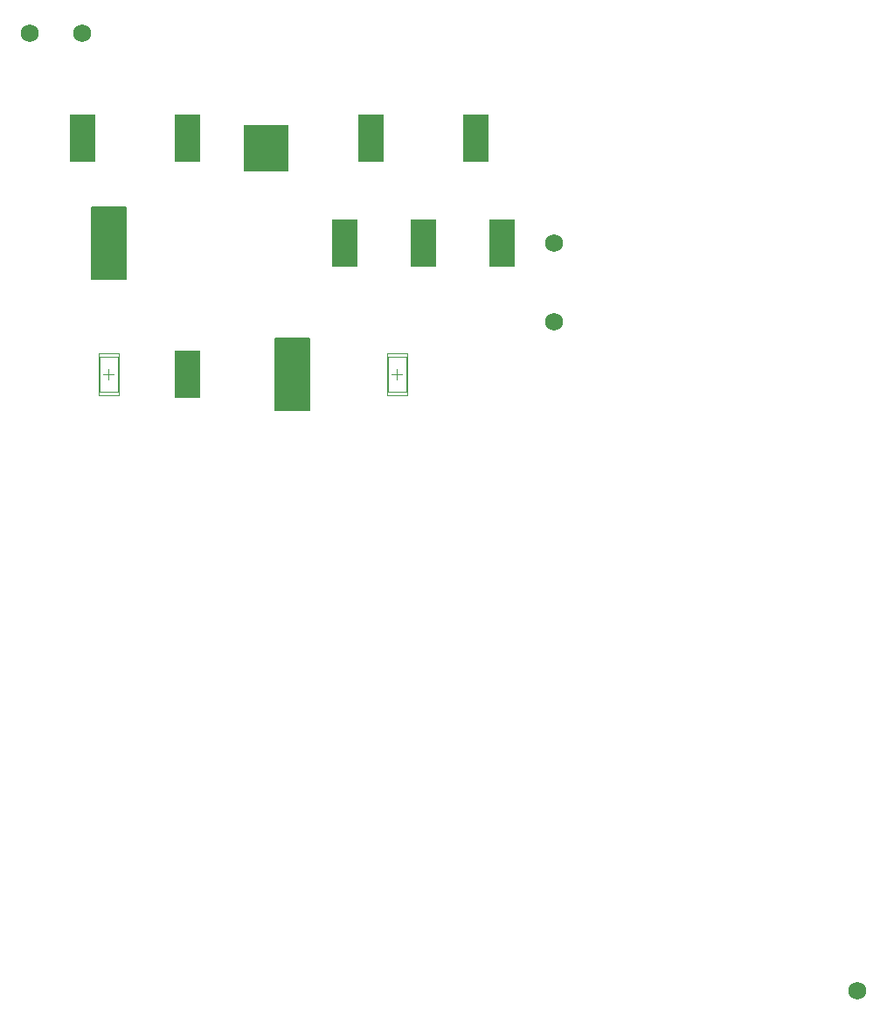
<source format=gbs>
G04*
G04 #@! TF.GenerationSoftware,Altium Limited,Altium Designer,22.0.2 (36)*
G04*
G04 Layer_Color=16711935*
%FSLAX44Y44*%
%MOMM*%
G71*
G04*
G04 #@! TF.SameCoordinates,7D36B465-A226-4CCE-8017-CD82C348BD42*
G04*
G04*
G04 #@! TF.FilePolarity,Negative*
G04*
G01*
G75*
%ADD10C,0.1524*%
%ADD13C,0.0000*%
%ADD14C,0.0254*%
%ADD15C,0.1000*%
%ADD21C,1.7272*%
G36*
X1587360Y586994D02*
X1562240D01*
Y632206D01*
X1587360D01*
Y586994D01*
D02*
G37*
G36*
X1485760D02*
X1460640D01*
Y632206D01*
X1485760D01*
Y586994D01*
D02*
G37*
G36*
X1307960D02*
X1282840D01*
Y632206D01*
X1307960D01*
Y586994D01*
D02*
G37*
G36*
X1206360D02*
X1181240D01*
Y632206D01*
X1206360D01*
Y586994D01*
D02*
G37*
G36*
X1392936Y577596D02*
X1350264D01*
Y622300D01*
X1392936D01*
Y577596D01*
D02*
G37*
G36*
X1612760Y485394D02*
X1587640D01*
Y530606D01*
X1612760D01*
Y485394D01*
D02*
G37*
G36*
X1536560D02*
X1511440D01*
Y530606D01*
X1536560D01*
Y485394D01*
D02*
G37*
G36*
X1460360D02*
X1435240D01*
Y530606D01*
X1460360D01*
Y485394D01*
D02*
G37*
G36*
X1235837Y473456D02*
X1202563D01*
Y542544D01*
X1235837D01*
Y473456D01*
D02*
G37*
G36*
X1307960Y358394D02*
X1282840D01*
Y403606D01*
X1307960D01*
Y358394D01*
D02*
G37*
G36*
X1413637Y346456D02*
X1380363D01*
Y415544D01*
X1413637D01*
Y346456D01*
D02*
G37*
D10*
X1205090Y588264D02*
Y630936D01*
X1182510D02*
X1205090D01*
X1182510Y588264D02*
Y630936D01*
Y588264D02*
X1205090D01*
X1357116Y581406D02*
X1386084D01*
X1357116D02*
Y590423D01*
X1386084Y581406D02*
Y590423D01*
X1354074D02*
X1357116D01*
X1386084D02*
X1389126D01*
Y609473D01*
X1376934D02*
X1389126D01*
X1376934D02*
Y618490D01*
X1366266D02*
X1376934D01*
X1366266Y609473D02*
Y618490D01*
X1354074Y609473D02*
X1366266D01*
X1354074Y590423D02*
Y609473D01*
X1202563Y473456D02*
X1235837D01*
X1202563D02*
Y542544D01*
X1235837D01*
Y473456D02*
Y542544D01*
X1306690Y588264D02*
Y630936D01*
X1284110D02*
X1306690D01*
X1284110Y588264D02*
Y630936D01*
Y588264D02*
X1306690D01*
X1586090D02*
Y630936D01*
X1563510D02*
X1586090D01*
X1563510Y588264D02*
Y630936D01*
Y588264D02*
X1586090D01*
X1484490D02*
Y630936D01*
X1461910D02*
X1484490D01*
X1461910Y588264D02*
Y630936D01*
Y588264D02*
X1484490D01*
X1611490Y486664D02*
Y529336D01*
X1588910D02*
X1611490D01*
X1588910Y486664D02*
Y529336D01*
Y486664D02*
X1611490D01*
X1535290D02*
Y529336D01*
X1512710D02*
X1535290D01*
X1512710Y486664D02*
Y529336D01*
Y486664D02*
X1535290D01*
X1459090D02*
Y529336D01*
X1436510D02*
X1459090D01*
X1436510Y486664D02*
Y529336D01*
Y486664D02*
X1459090D01*
X1380363Y346456D02*
X1413637D01*
X1380363D02*
Y415544D01*
X1413637D01*
Y346456D02*
Y415544D01*
X1306690Y359664D02*
Y402336D01*
X1284110D02*
X1306690D01*
X1284110Y359664D02*
Y402336D01*
Y359664D02*
X1306690D01*
D13*
X1360424Y595503D02*
G03*
X1360424Y595503I-1270J0D01*
G01*
X1219962Y485394D02*
G03*
X1219962Y485394I-762J0D01*
G01*
X1397762Y358394D02*
G03*
X1397762Y358394I-762J0D01*
G01*
D14*
X1185050Y592836D02*
X1202550D01*
X1185050D02*
Y626364D01*
X1202550D01*
Y592836D02*
Y626364D01*
X1185050Y620776D02*
Y626364D01*
X1202550D01*
Y620776D02*
Y626364D01*
X1185050Y620776D02*
X1202550D01*
Y592836D02*
Y598424D01*
X1185050Y592836D02*
X1202550D01*
X1185050D02*
Y598424D01*
X1202550D01*
X1356614Y592963D02*
Y606933D01*
X1386586D01*
Y592963D02*
Y606933D01*
X1356614Y592963D02*
X1386586D01*
X1369060Y606933D02*
Y612394D01*
X1374140D01*
Y606933D02*
Y612394D01*
X1369060Y606933D02*
X1374140D01*
X1383290Y587502D02*
Y592963D01*
X1378210Y587502D02*
X1383290D01*
X1378210D02*
Y592963D01*
X1383290D01*
X1364990Y587502D02*
Y592963D01*
X1359910Y587502D02*
X1364990D01*
X1359910D02*
Y592963D01*
X1364990D01*
X1209294Y485394D02*
X1229106D01*
X1209294Y479552D02*
Y485394D01*
Y479552D02*
X1229106D01*
Y485394D01*
X1209294Y530606D02*
X1229106D01*
Y536448D01*
X1209294D02*
X1229106D01*
X1209294Y530606D02*
Y536448D01*
X1205103Y492443D02*
X1212151Y485394D01*
X1226248D02*
X1233297Y492443D01*
Y485394D02*
Y530606D01*
X1205103D02*
X1233297D01*
X1205103Y485394D02*
Y530606D01*
Y485394D02*
X1233297D01*
X1286650Y592836D02*
X1304150D01*
X1286650D02*
Y626364D01*
X1304150D01*
Y592836D02*
Y626364D01*
X1286650Y620776D02*
Y626364D01*
X1304150D01*
Y620776D02*
Y626364D01*
X1286650Y620776D02*
X1304150D01*
Y592836D02*
Y598424D01*
X1286650Y592836D02*
X1304150D01*
X1286650D02*
Y598424D01*
X1304150D01*
X1566050Y592836D02*
X1583550D01*
X1566050D02*
Y626364D01*
X1583550D01*
Y592836D02*
Y626364D01*
X1566050Y620776D02*
Y626364D01*
X1583550D01*
Y620776D02*
Y626364D01*
X1566050Y620776D02*
X1583550D01*
Y592836D02*
Y598424D01*
X1566050Y592836D02*
X1583550D01*
X1566050D02*
Y598424D01*
X1583550D01*
X1464450Y592836D02*
X1481950D01*
X1464450D02*
Y626364D01*
X1481950D01*
Y592836D02*
Y626364D01*
X1464450Y620776D02*
Y626364D01*
X1481950D01*
Y620776D02*
Y626364D01*
X1464450Y620776D02*
X1481950D01*
Y592836D02*
Y598424D01*
X1464450Y592836D02*
X1481950D01*
X1464450D02*
Y598424D01*
X1481950D01*
X1591450Y491236D02*
X1608950D01*
X1591450D02*
Y524764D01*
X1608950D01*
Y491236D02*
Y524764D01*
X1591450Y519176D02*
Y524764D01*
X1608950D01*
Y519176D02*
Y524764D01*
X1591450Y519176D02*
X1608950D01*
Y491236D02*
Y496824D01*
X1591450Y491236D02*
X1608950D01*
X1591450D02*
Y496824D01*
X1608950D01*
X1515250Y491236D02*
X1532750D01*
X1515250D02*
Y524764D01*
X1532750D01*
Y491236D02*
Y524764D01*
X1515250Y519176D02*
Y524764D01*
X1532750D01*
Y519176D02*
Y524764D01*
X1515250Y519176D02*
X1532750D01*
Y491236D02*
Y496824D01*
X1515250Y491236D02*
X1532750D01*
X1515250D02*
Y496824D01*
X1532750D01*
X1439050Y491236D02*
X1456550D01*
X1439050D02*
Y524764D01*
X1456550D01*
Y491236D02*
Y524764D01*
X1439050Y519176D02*
Y524764D01*
X1456550D01*
Y519176D02*
Y524764D01*
X1439050Y519176D02*
X1456550D01*
Y491236D02*
Y496824D01*
X1439050Y491236D02*
X1456550D01*
X1439050D02*
Y496824D01*
X1456550D01*
X1387094Y358394D02*
X1406906D01*
X1387094Y352552D02*
Y358394D01*
Y352552D02*
X1406906D01*
Y358394D01*
X1387094Y403606D02*
X1406906D01*
Y409448D01*
X1387094D02*
X1406906D01*
X1387094Y403606D02*
Y409448D01*
X1382903Y365443D02*
X1389951Y358394D01*
X1404048D02*
X1411097Y365443D01*
Y358394D02*
Y403606D01*
X1382903D02*
X1411097D01*
X1382903Y358394D02*
Y403606D01*
Y358394D02*
X1411097D01*
X1286650Y364236D02*
X1304150D01*
X1286650D02*
Y397764D01*
X1304150D01*
Y364236D02*
Y397764D01*
X1286650Y392176D02*
Y397764D01*
X1304150D01*
Y392176D02*
Y397764D01*
X1286650Y392176D02*
X1304150D01*
Y364236D02*
Y369824D01*
X1286650Y364236D02*
X1304150D01*
X1286650D02*
Y369824D01*
X1304150D01*
D15*
X1228200Y364000D02*
Y398000D01*
X1210200Y364000D02*
Y398000D01*
X1228200D01*
X1210200Y364000D02*
X1228200D01*
X1507600D02*
Y398000D01*
X1489600Y364000D02*
Y398000D01*
X1507600D01*
X1489600Y364000D02*
X1507600D01*
X1214200Y381000D02*
X1224200D01*
X1219200Y376000D02*
Y386000D01*
X1228700Y361000D02*
Y401000D01*
X1209700Y361000D02*
Y401000D01*
X1228700D01*
X1209700Y361000D02*
X1228700D01*
X1493600Y381000D02*
X1503600D01*
X1498600Y376000D02*
Y386000D01*
X1508100Y361000D02*
Y401000D01*
X1489100Y361000D02*
Y401000D01*
X1508100D01*
X1489100Y361000D02*
X1508100D01*
D21*
X1651000Y508000D02*
D03*
Y431800D02*
D03*
X1143000Y711200D02*
D03*
X1193800D02*
D03*
X1944370Y-215900D02*
D03*
M02*

</source>
